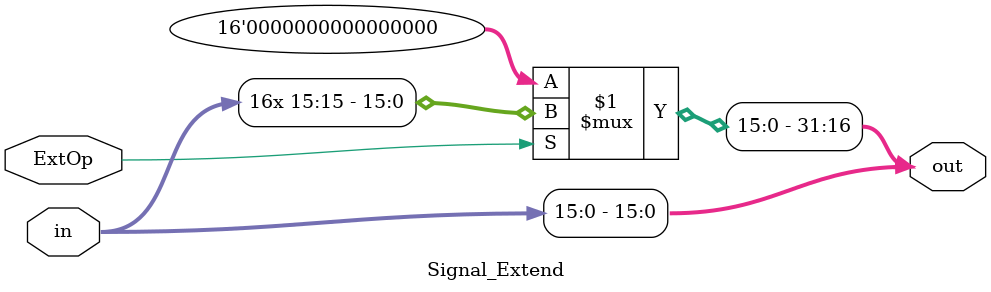
<source format=v>
module Signal_Extend(in, ExtOp, out);
    input [15:0] in;
    input ExtOp;
    output [31:0] out;

    assign out = {ExtOp ? {16{in[15]}}:16'h0000, in};

endmodule
</source>
